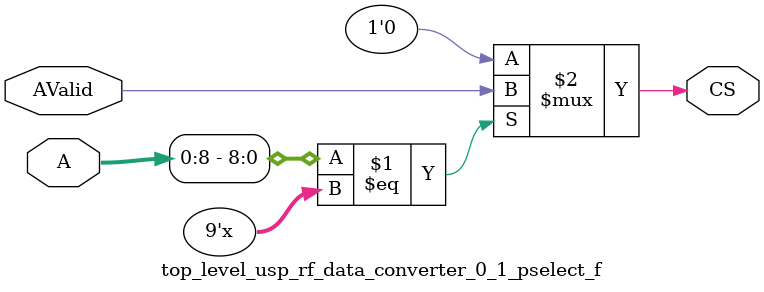
<source format=v>
`timescale 1 ps/1 ps

module top_level_usp_rf_data_converter_0_1_pselect_f ( A, AValid, CS) ;

parameter C_AB  = 9;
parameter C_AW  = 32;
parameter [0:C_AW - 1] C_BAR =  'bz;
parameter C_FAMILY  = "nofamily";
input[0:C_AW-1] A; 
input AValid; 
output CS; 
wire CS;
parameter [0:C_AB-1]BAR = C_BAR[0:C_AB-1];

//----------------------------------------------------------------------------
// Build a behavioral decoder
//----------------------------------------------------------------------------
generate
if (C_AB > 0) begin : XST_WA
assign CS = (A[0:C_AB - 1] == BAR[0:C_AB - 1]) ? AValid : 1'b0 ;
end
endgenerate

generate
if (C_AB == 0) begin : PASS_ON_GEN
assign CS = AValid ;
end
endgenerate
endmodule

</source>
